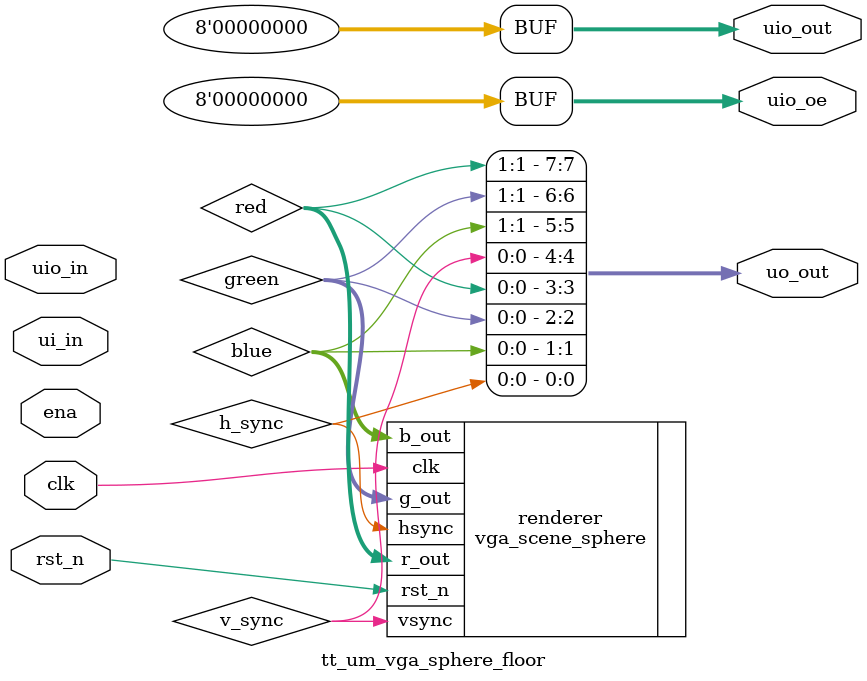
<source format=v>
`default_nettype none


module tt_um_vga_sphere_floor (
    input  wire [7:0] ui_in,    // Dedicated inputs
    output wire [7:0] uo_out,   // Dedicated outputs
    input  wire [7:0] uio_in,   // IOs: Input path
    output wire [7:0] uio_out,  // IOs: Output path
    output wire [7:0] uio_oe,   // IOs: Enable path (active high: 0=input, 1=output)
    input  wire       ena,      // Always 1 when the design is powered
    input  wire       clk,      // Clock (used directly as pixel clock)
    input  wire       rst_n     // Reset (active low)
);

    // VGA output signals
    wire h_sync;
    wire v_sync;
    wire [1:0] red;
    wire [1:0] green;
    wire [1:0] blue;

    // Scene renderer with VGA timing
    vga_scene_sphere renderer (
        .clk(clk),
        .rst_n(rst_n),
        .vsync(v_sync),
        .hsync(h_sync),
        .r_out(red),
        .g_out(green),
        .b_out(blue)
    );

    // TinyVGA PMOD signal mapping:
    // Bit 0: HSYNC
    // Bit 1: B[0]
    // Bit 2: G[0]
    // Bit 3: R[0]
    // Bit 4: VSYNC
    // Bit 5: B[1]
    // Bit 6: G[1]
    // Bit 7: R[1]
    assign uo_out = {red[1], green[1], blue[1], v_sync, red[0], green[0], blue[0], h_sync};

    // Bidirectional pins unused (configured as inputs)
    assign uio_out = 8'b0;
    assign uio_oe  = 8'b0;

    // Unused input warning suppression
    wire _unused = &{ena, ui_in, uio_in};

endmodule

`default_nettype wire

</source>
